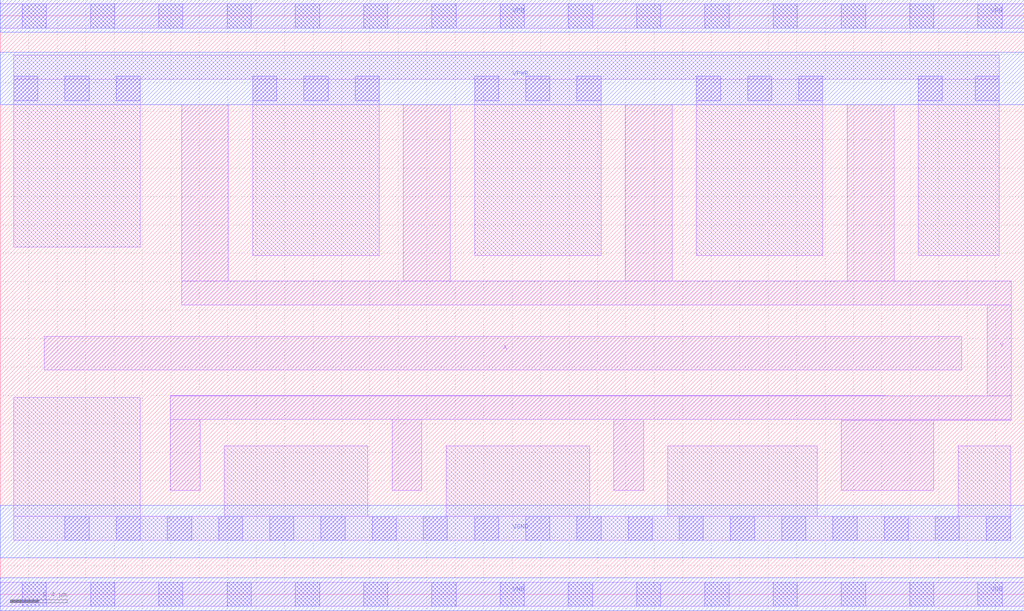
<source format=lef>
# Copyright 2020 The SkyWater PDK Authors
#
# Licensed under the Apache License, Version 2.0 (the "License");
# you may not use this file except in compliance with the License.
# You may obtain a copy of the License at
#
#     https://www.apache.org/licenses/LICENSE-2.0
#
# Unless required by applicable law or agreed to in writing, software
# distributed under the License is distributed on an "AS IS" BASIS,
# WITHOUT WARRANTIES OR CONDITIONS OF ANY KIND, either express or implied.
# See the License for the specific language governing permissions and
# limitations under the License.
#
# SPDX-License-Identifier: Apache-2.0

VERSION 5.7 ;
  NAMESCASESENSITIVE ON ;
  NOWIREEXTENSIONATPIN ON ;
  DIVIDERCHAR "/" ;
  BUSBITCHARS "[]" ;
UNITS
  DATABASE MICRONS 200 ;
END UNITS
MACRO sky130_fd_sc_hvl__inv_8
  CLASS CORE ;
  SOURCE USER ;
  FOREIGN sky130_fd_sc_hvl__inv_8 ;
  ORIGIN  0.000000  0.000000 ;
  SIZE  7.200000 BY  4.070000 ;
  SYMMETRY X Y ;
  SITE unithv ;
  PIN A
    ANTENNAGATEAREA  9.000000 ;
    DIRECTION INPUT ;
    USE SIGNAL ;
    PORT
      LAYER li1 ;
        RECT 0.310000 1.580000 6.760000 1.815000 ;
    END
  END A
  PIN Y
    ANTENNADIFFAREA  2.520000 ;
    DIRECTION OUTPUT ;
    USE SIGNAL ;
    PORT
      LAYER li1 ;
        RECT 1.195000 0.730000 1.405000 1.230000 ;
        RECT 1.195000 1.230000 7.110000 1.395000 ;
        RECT 1.195000 1.395000 6.225000 1.400000 ;
        RECT 1.275000 2.035000 7.110000 2.205000 ;
        RECT 1.275000 2.205000 1.605000 3.445000 ;
        RECT 2.755000 0.730000 2.965000 1.230000 ;
        RECT 2.835000 2.205000 3.165000 3.445000 ;
        RECT 4.315000 0.730000 4.525000 1.230000 ;
        RECT 4.395000 2.205000 4.725000 3.445000 ;
        RECT 5.915000 0.730000 6.565000 1.225000 ;
        RECT 5.915000 1.225000 7.110000 1.230000 ;
        RECT 5.955000 2.205000 6.285000 3.445000 ;
        RECT 6.940000 1.395000 7.110000 2.035000 ;
    END
  END Y
  PIN VGND
    DIRECTION INOUT ;
    USE GROUND ;
    PORT
      LAYER met1 ;
        RECT 0.000000 0.255000 7.200000 0.625000 ;
    END
  END VGND
  PIN VNB
    DIRECTION INOUT ;
    USE GROUND ;
    PORT
      LAYER li1 ;
        RECT 0.000000 -0.085000 7.200000 0.085000 ;
      LAYER mcon ;
        RECT 0.155000 -0.085000 0.325000 0.085000 ;
        RECT 0.635000 -0.085000 0.805000 0.085000 ;
        RECT 1.115000 -0.085000 1.285000 0.085000 ;
        RECT 1.595000 -0.085000 1.765000 0.085000 ;
        RECT 2.075000 -0.085000 2.245000 0.085000 ;
        RECT 2.555000 -0.085000 2.725000 0.085000 ;
        RECT 3.035000 -0.085000 3.205000 0.085000 ;
        RECT 3.515000 -0.085000 3.685000 0.085000 ;
        RECT 3.995000 -0.085000 4.165000 0.085000 ;
        RECT 4.475000 -0.085000 4.645000 0.085000 ;
        RECT 4.955000 -0.085000 5.125000 0.085000 ;
        RECT 5.435000 -0.085000 5.605000 0.085000 ;
        RECT 5.915000 -0.085000 6.085000 0.085000 ;
        RECT 6.395000 -0.085000 6.565000 0.085000 ;
        RECT 6.875000 -0.085000 7.045000 0.085000 ;
    END
    PORT
      LAYER met1 ;
        RECT 0.000000 -0.115000 7.200000 0.115000 ;
    END
  END VNB
  PIN VPB
    DIRECTION INOUT ;
    USE POWER ;
    PORT
      LAYER li1 ;
        RECT 0.000000 3.985000 7.200000 4.155000 ;
      LAYER mcon ;
        RECT 0.155000 3.985000 0.325000 4.155000 ;
        RECT 0.635000 3.985000 0.805000 4.155000 ;
        RECT 1.115000 3.985000 1.285000 4.155000 ;
        RECT 1.595000 3.985000 1.765000 4.155000 ;
        RECT 2.075000 3.985000 2.245000 4.155000 ;
        RECT 2.555000 3.985000 2.725000 4.155000 ;
        RECT 3.035000 3.985000 3.205000 4.155000 ;
        RECT 3.515000 3.985000 3.685000 4.155000 ;
        RECT 3.995000 3.985000 4.165000 4.155000 ;
        RECT 4.475000 3.985000 4.645000 4.155000 ;
        RECT 4.955000 3.985000 5.125000 4.155000 ;
        RECT 5.435000 3.985000 5.605000 4.155000 ;
        RECT 5.915000 3.985000 6.085000 4.155000 ;
        RECT 6.395000 3.985000 6.565000 4.155000 ;
        RECT 6.875000 3.985000 7.045000 4.155000 ;
    END
    PORT
      LAYER met1 ;
        RECT 0.000000 3.955000 7.200000 4.185000 ;
    END
  END VPB
  PIN VPWR
    DIRECTION INOUT ;
    USE POWER ;
    PORT
      LAYER met1 ;
        RECT 0.000000 3.445000 7.200000 3.815000 ;
    END
  END VPWR
  OBS
    LAYER li1 ;
      RECT 0.095000 0.380000 7.105000 0.550000 ;
      RECT 0.095000 0.550000 0.985000 1.385000 ;
      RECT 0.095000 2.445000 0.985000 3.625000 ;
      RECT 0.095000 3.625000 7.025000 3.795000 ;
      RECT 1.575000 0.550000 2.585000 1.045000 ;
      RECT 1.775000 2.385000 2.665000 3.625000 ;
      RECT 3.135000 0.550000 4.145000 1.045000 ;
      RECT 3.335000 2.385000 4.225000 3.625000 ;
      RECT 4.695000 0.550000 5.745000 1.045000 ;
      RECT 4.895000 2.385000 5.785000 3.625000 ;
      RECT 6.455000 2.385000 7.025000 3.625000 ;
      RECT 6.735000 0.550000 7.105000 1.045000 ;
    LAYER mcon ;
      RECT 0.095000 3.475000 0.265000 3.645000 ;
      RECT 0.455000 0.380000 0.625000 0.550000 ;
      RECT 0.455000 3.475000 0.625000 3.645000 ;
      RECT 0.815000 0.380000 0.985000 0.550000 ;
      RECT 0.815000 3.475000 0.985000 3.645000 ;
      RECT 1.175000 0.380000 1.345000 0.550000 ;
      RECT 1.535000 0.380000 1.705000 0.550000 ;
      RECT 1.775000 3.475000 1.945000 3.645000 ;
      RECT 1.895000 0.380000 2.065000 0.550000 ;
      RECT 2.135000 3.475000 2.305000 3.645000 ;
      RECT 2.255000 0.380000 2.425000 0.550000 ;
      RECT 2.495000 3.475000 2.665000 3.645000 ;
      RECT 2.615000 0.380000 2.785000 0.550000 ;
      RECT 2.975000 0.380000 3.145000 0.550000 ;
      RECT 3.335000 0.380000 3.505000 0.550000 ;
      RECT 3.335000 3.475000 3.505000 3.645000 ;
      RECT 3.695000 0.380000 3.865000 0.550000 ;
      RECT 3.695000 3.475000 3.865000 3.645000 ;
      RECT 4.055000 0.380000 4.225000 0.550000 ;
      RECT 4.055000 3.475000 4.225000 3.645000 ;
      RECT 4.415000 0.380000 4.585000 0.550000 ;
      RECT 4.775000 0.380000 4.945000 0.550000 ;
      RECT 4.895000 3.475000 5.065000 3.645000 ;
      RECT 5.135000 0.380000 5.305000 0.550000 ;
      RECT 5.255000 3.475000 5.425000 3.645000 ;
      RECT 5.495000 0.380000 5.665000 0.550000 ;
      RECT 5.615000 3.475000 5.785000 3.645000 ;
      RECT 5.855000 0.380000 6.025000 0.550000 ;
      RECT 6.215000 0.380000 6.385000 0.550000 ;
      RECT 6.455000 3.475000 6.625000 3.645000 ;
      RECT 6.575000 0.380000 6.745000 0.550000 ;
      RECT 6.855000 3.475000 7.025000 3.645000 ;
      RECT 6.935000 0.380000 7.105000 0.550000 ;
  END
END sky130_fd_sc_hvl__inv_8
END LIBRARY

</source>
